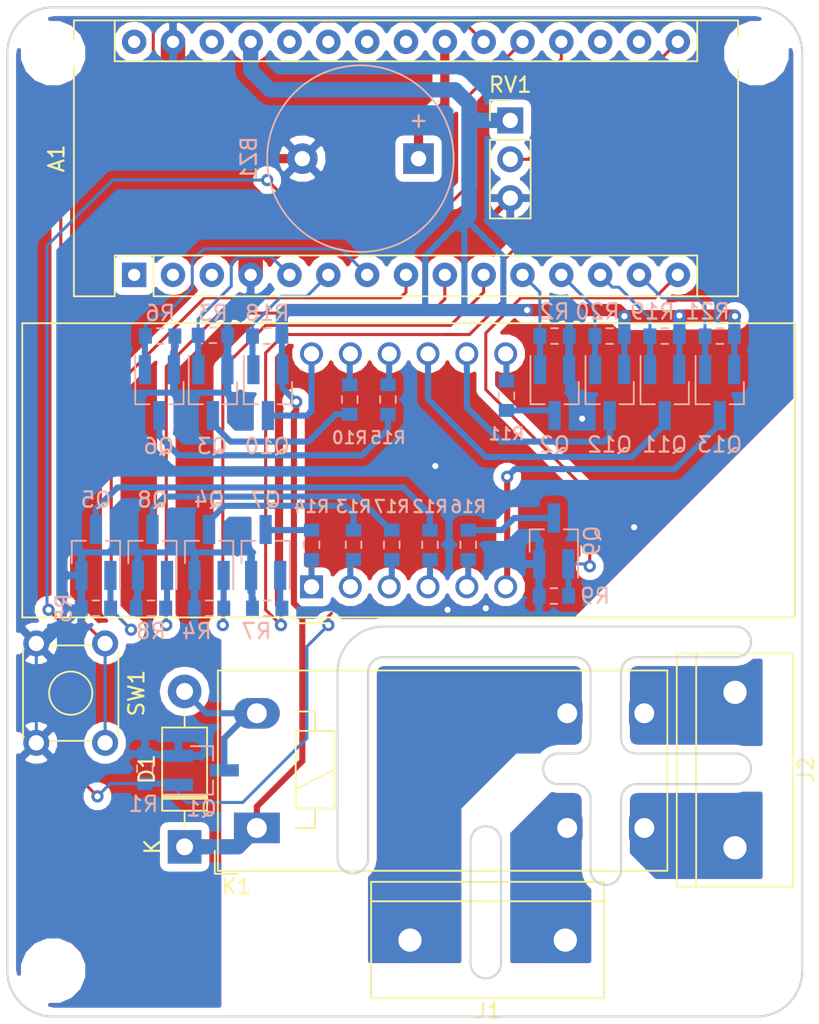
<source format=kicad_pcb>
(kicad_pcb (version 20171130) (host pcbnew 5.0-dev-unknown-9241a39~61~ubuntu17.10.1)
  (layers (0 F.Cu signal) (31 B.Cu signal) (34 B.Paste user) (35 F.Paste user) (36 B.SilkS user) (37 F.SilkS user) (38 B.Mask user) (39 F.Mask user) (44 Edge.Cuts user))
  (net 0 "")
  (net 1 "Net-(A1-Pad1)")
  (net 2 "Net-(A1-Pad17)")
  (net 3 "Net-(A1-Pad2)")
  (net 4 "Net-(A1-Pad18)")
  (net 5 "Net-(A1-Pad3)")
  (net 6 "Net-(A1-Pad19)")
  (net 7 GND)
  (net 8 Relay)
  (net 9 /7seg/a)
  (net 10 "Net-(A1-Pad21)")
  (net 11 /7seg/~CA1)
  (net 12 "Net-(A1-Pad22)")
  (net 13 /7seg/b)
  (net 14 "Net-(A1-Pad23)")
  (net 15 /7seg/c)
  (net 16 "Net-(A1-Pad24)")
  (net 17 /7seg/d)
  (net 18 "Net-(A1-Pad25)")
  (net 19 /7seg/e)
  (net 20 "Net-(A1-Pad26)")
  (net 21 /7seg/f)
  (net 22 +5V)
  (net 23 /7seg/~CA2)
  (net 24 "Net-(A1-Pad28)")
  (net 25 /7seg/~CA3)
  (net 26 /7seg/~CA4)
  (net 27 "Net-(A1-Pad30)")
  (net 28 /7seg/g)
  (net 29 /7seg/P)
  (net 30 "Net-(D1-Pad2)")
  (net 31 "Net-(J1-Pad1)")
  (net 32 "Net-(J2-Pad1)")
  (net 33 "Net-(Q2-Pad3)")
  (net 34 "Net-(Q3-Pad3)")
  (net 35 "Net-(Q4-Pad3)")
  (net 36 "Net-(Q5-Pad3)")
  (net 37 "Net-(Q6-Pad3)")
  (net 38 "Net-(Q7-Pad3)")
  (net 39 "Net-(Q8-Pad3)")
  (net 40 "Net-(Q9-Pad3)")
  (net 41 "Net-(Q10-Pad3)")
  (net 42 "Net-(Q11-Pad3)")
  (net 43 "Net-(Q12-Pad3)")
  (net 44 "Net-(Q13-Pad3)")
  (net 45 "Net-(R10-Pad1)")
  (net 46 "Net-(R11-Pad1)")
  (net 47 "Net-(R12-Pad1)")
  (net 48 "Net-(R13-Pad1)")
  (net 49 "Net-(R14-Pad1)")
  (net 50 "Net-(R15-Pad1)")
  (net 51 "Net-(R16-Pad1)")
  (net 52 "Net-(R17-Pad1)")
  (net 53 "Net-(J2-Pad3)")
  (net 54 "Net-(J1-Pad3)")
  (module MountingHole:MountingHole_3.2mm_M3 (layer F.Cu) (at 168 78)
    (fp_text reference REF** hide)
    (fp_text value MountingHole_3.2mm_M3)
    (pad 1 np_thru_hole circle (at 0 0) (size 3.2 3.2) (drill 3.2) (layers *.Cu *.Mask))
  )
  (module MountingHole:MountingHole_3.2mm_M3 (layer F.Cu) (at 122 78)
    (fp_text reference REF** hide)
    (fp_text value MountingHole_3.2mm_M3)
    (pad 1 np_thru_hole circle (at 0 0) (size 3.2 3.2) (drill 3.2) (layers *.Cu *.Mask))
  )
  (module MountingHole:MountingHole_3.2mm_M3 (layer F.Cu) (at 122 138)
    (fp_text reference REF** hide)
    (fp_text value MountingHole_3.2mm_M3)
    (pad 1 np_thru_hole circle (at 0 0) (size 3.2 3.2) (drill 3.2) (layers *.Cu *.Mask))
  )
  (module Relay_THT:Relay_DPST_Schrack-RT2-FormA_RM5mm (layer F.Cu) (at 135.325001 128.6675)
    (fp_text reference K1 (at -1.325001 3.8325) (layer F.SilkS))
    (fp_text value "DPST FormA")
    (pad A1 thru_hole rect (at 0 0 180) (size 3 2) (drill 1.3) (layers *.Cu *.Mask) (net 22 +5V))
    (pad A2 thru_hole oval (at 0 -7.5 180) (size 3 2) (drill 1.3) (layers *.Cu *.Mask) (net 30 "Net-(D1-Pad2)"))
    (pad 11 thru_hole oval (at 20.3 0 180) (size 2 3) (drill 1.3) (layers *.Cu *.Mask) (net 31 "Net-(J1-Pad1)"))
    (pad 24 thru_hole oval (at 25.34 -7.5 180) (size 2 3) (drill 1.3) (layers *.Cu *.Mask) (net 32 "Net-(J2-Pad1)"))
    (pad 21 thru_hole oval (at 20.3 -7.5 180) (size 2 3) (drill 1.3) (layers *.Cu *.Mask) (net 54 "Net-(J1-Pad3)"))
    (pad 14 thru_hole oval (at 25.34 0 180) (size 2 3) (drill 1.3) (layers *.Cu *.Mask) (net 53 "Net-(J2-Pad3)"))
  )
  (module Display_7Segment:CA56-12SRWA (layer F.Cu) (at 138.9 112.9 90)
    (fp_text reference U1 hide)
    (fp_text value CA56-12SRWA)
    (pad 1 thru_hole rect (at 0 0 90) (size 1.5 1.5) (drill 1) (layers *.Cu *.Mask) (net 49 "Net-(R14-Pad1)"))
    (pad 2 thru_hole circle (at 0 2.54 90) (size 1.5 1.5) (drill 1) (layers *.Cu *.Mask) (net 48 "Net-(R13-Pad1)"))
    (pad 3 thru_hole circle (at 0 5.08 90) (size 1.5 1.5) (drill 1) (layers *.Cu *.Mask) (net 52 "Net-(R17-Pad1)"))
    (pad 4 thru_hole circle (at 0 7.62 90) (size 1.5 1.5) (drill 1) (layers *.Cu *.Mask) (net 47 "Net-(R12-Pad1)"))
    (pad 5 thru_hole circle (at 0 10.16 90) (size 1.5 1.5) (drill 1) (layers *.Cu *.Mask) (net 51 "Net-(R16-Pad1)"))
    (pad 6 thru_hole circle (at 0 12.7 90) (size 1.5 1.5) (drill 1) (layers *.Cu *.Mask) (net 44 "Net-(Q13-Pad3)"))
    (pad 7 thru_hole circle (at 15.24 12.7 90) (size 1.5 1.5) (drill 1) (layers *.Cu *.Mask) (net 46 "Net-(R11-Pad1)"))
    (pad 8 thru_hole circle (at 15.24 10.16 90) (size 1.5 1.5) (drill 1) (layers *.Cu *.Mask) (net 43 "Net-(Q12-Pad3)"))
    (pad 9 thru_hole circle (at 15.24 7.62 90) (size 1.5 1.5) (drill 1) (layers *.Cu *.Mask) (net 42 "Net-(Q11-Pad3)"))
    (pad 10 thru_hole circle (at 15.24 5.08 90) (size 1.5 1.5) (drill 1) (layers *.Cu *.Mask) (net 50 "Net-(R15-Pad1)"))
    (pad 11 thru_hole circle (at 15.24 2.54 90) (size 1.5 1.5) (drill 1) (layers *.Cu *.Mask) (net 45 "Net-(R10-Pad1)"))
    (pad 12 thru_hole circle (at 15.24 0 90) (size 1.5 1.5) (drill 1) (layers *.Cu *.Mask) (net 41 "Net-(Q10-Pad3)"))
  )
  (module TerminalBlock:TerminalBlock_bornier-3_P5.08mm (layer F.Cu) (at 155.5 136 180)
    (fp_text reference J1 (at 5.05 -4.65 180) (layer F.SilkS))
    (fp_text value Input)
    (pad 3 thru_hole circle (at 10.16 0 180) (size 3 3) (drill 1.52) (layers *.Cu *.Mask) (net 54 "Net-(J1-Pad3)"))
    (pad 1 thru_hole rect (at 0 0 180) (size 3 3) (drill 1.52) (layers *.Cu *.Mask) (net 31 "Net-(J1-Pad1)"))
  )
  (module TerminalBlock:TerminalBlock_bornier-3_P5.08mm (layer F.Cu) (at 166.6 119.8 270)
    (fp_text reference J2 (at 5.05 -4.65 270) (layer F.SilkS))
    (fp_text value Output)
    (pad 1 thru_hole rect (at 0 0 270) (size 3 3) (drill 1.52) (layers *.Cu *.Mask) (net 32 "Net-(J2-Pad1)"))
    (pad 3 thru_hole circle (at 10.16 0 270) (size 3 3) (drill 1.52) (layers *.Cu *.Mask) (net 53 "Net-(J2-Pad3)"))
  )
  (module Resistor_SMD:R_0603_1608Metric_Pad0.84x1.00mm_HandSolder (layer B.Cu) (at 154.75 113.5 180)
    (fp_text reference R9 (at -2.7 0 180) (layer B.SilkS) (effects (justify mirror)))
    (fp_text value 10k)
    (pad 2 smd rect (at 0.9625 0 180) (size 0.845 1) (layers B.Cu B.Paste B.Mask) (net 7 GND))
    (pad 1 smd rect (at -0.9625 0 180) (size 0.845 1) (layers B.Cu B.Paste B.Mask) (net 28 /7seg/g))
  )
  (module Package_TO_SOT_SMD:SOT-23_Handsoldering (layer B.Cu) (at 154.75 109.9 90)
    (fp_text reference Q9 (at 0 2.5 90) (layer B.SilkS) (effects (justify mirror)))
    (fp_text value BSS138)
    (pad 1 smd rect (at -1.5 0.95 90) (size 1.9 0.8) (layers B.Cu B.Paste B.Mask) (net 28 /7seg/g))
    (pad 2 smd rect (at -1.5 -0.95 90) (size 1.9 0.8) (layers B.Cu B.Paste B.Mask) (net 7 GND))
    (pad 3 smd rect (at 1.5 0 90) (size 1.9 0.8) (layers B.Cu B.Paste B.Mask) (net 40 "Net-(Q9-Pad3)"))
  )
  (module Module:Arduino_Nano (layer F.Cu) (at 127.3 92.5 90)
    (fp_text reference A1 (at 7.62 -5.08 90) (layer F.SilkS))
    (fp_text value Arduino_Nano_v3.x)
    (pad 1 thru_hole rect (at 0 0 90) (size 1.6 1.6) (drill 0.8) (layers *.Cu *.Mask) (net 1 "Net-(A1-Pad1)"))
    (pad 17 thru_hole oval (at 15.24 33.02 90) (size 1.6 1.6) (drill 0.8) (layers *.Cu *.Mask) (net 2 "Net-(A1-Pad17)"))
    (pad 2 thru_hole oval (at 0 2.54 90) (size 1.6 1.6) (drill 0.8) (layers *.Cu *.Mask) (net 3 "Net-(A1-Pad2)"))
    (pad 18 thru_hole oval (at 15.24 30.48 90) (size 1.6 1.6) (drill 0.8) (layers *.Cu *.Mask) (net 4 "Net-(A1-Pad18)"))
    (pad 3 thru_hole oval (at 0 5.08 90) (size 1.6 1.6) (drill 0.8) (layers *.Cu *.Mask) (net 5 "Net-(A1-Pad3)"))
    (pad 19 thru_hole oval (at 15.24 27.94 90) (size 1.6 1.6) (drill 0.8) (layers *.Cu *.Mask) (net 6 "Net-(A1-Pad19)"))
    (pad 4 thru_hole oval (at 0 7.62 90) (size 1.6 1.6) (drill 0.8) (layers *.Cu *.Mask) (net 7 GND))
    (pad 20 thru_hole oval (at 15.24 25.4 90) (size 1.6 1.6) (drill 0.8) (layers *.Cu *.Mask) (net 8 Relay))
    (pad 5 thru_hole oval (at 0 10.16 90) (size 1.6 1.6) (drill 0.8) (layers *.Cu *.Mask) (net 9 /7seg/a))
    (pad 21 thru_hole oval (at 15.24 22.86 90) (size 1.6 1.6) (drill 0.8) (layers *.Cu *.Mask) (net 10 "Net-(A1-Pad21)"))
    (pad 6 thru_hole oval (at 0 12.7 90) (size 1.6 1.6) (drill 0.8) (layers *.Cu *.Mask) (net 11 /7seg/~CA1))
    (pad 22 thru_hole oval (at 15.24 20.32 90) (size 1.6 1.6) (drill 0.8) (layers *.Cu *.Mask) (net 12 "Net-(A1-Pad22)"))
    (pad 7 thru_hole oval (at 0 15.24 90) (size 1.6 1.6) (drill 0.8) (layers *.Cu *.Mask) (net 21 /7seg/f))
    (pad 23 thru_hole oval (at 15.24 17.78 90) (size 1.6 1.6) (drill 0.8) (layers *.Cu *.Mask) (net 14 "Net-(A1-Pad23)"))
    (pad 8 thru_hole oval (at 0 17.78 90) (size 1.6 1.6) (drill 0.8) (layers *.Cu *.Mask) (net 15 /7seg/c))
    (pad 24 thru_hole oval (at 15.24 15.24 90) (size 1.6 1.6) (drill 0.8) (layers *.Cu *.Mask) (net 16 "Net-(A1-Pad24)"))
    (pad 9 thru_hole oval (at 0 20.32 90) (size 1.6 1.6) (drill 0.8) (layers *.Cu *.Mask) (net 29 /7seg/P))
    (pad 25 thru_hole oval (at 15.24 12.7 90) (size 1.6 1.6) (drill 0.8) (layers *.Cu *.Mask) (net 18 "Net-(A1-Pad25)"))
    (pad 10 thru_hole oval (at 0 22.86 90) (size 1.6 1.6) (drill 0.8) (layers *.Cu *.Mask) (net 17 /7seg/d))
    (pad 26 thru_hole oval (at 15.24 10.16 90) (size 1.6 1.6) (drill 0.8) (layers *.Cu *.Mask) (net 20 "Net-(A1-Pad26)"))
    (pad 11 thru_hole oval (at 0 25.4 90) (size 1.6 1.6) (drill 0.8) (layers *.Cu *.Mask) (net 13 /7seg/b))
    (pad 27 thru_hole oval (at 15.24 7.62 90) (size 1.6 1.6) (drill 0.8) (layers *.Cu *.Mask) (net 22 +5V))
    (pad 12 thru_hole oval (at 0 27.94 90) (size 1.6 1.6) (drill 0.8) (layers *.Cu *.Mask) (net 25 /7seg/~CA3))
    (pad 28 thru_hole oval (at 15.24 5.08 90) (size 1.6 1.6) (drill 0.8) (layers *.Cu *.Mask) (net 24 "Net-(A1-Pad28)"))
    (pad 13 thru_hole oval (at 0 30.48 90) (size 1.6 1.6) (drill 0.8) (layers *.Cu *.Mask) (net 23 /7seg/~CA2))
    (pad 29 thru_hole oval (at 15.24 2.54 90) (size 1.6 1.6) (drill 0.8) (layers *.Cu *.Mask) (net 7 GND))
    (pad 14 thru_hole oval (at 0 33.02 90) (size 1.6 1.6) (drill 0.8) (layers *.Cu *.Mask) (net 26 /7seg/~CA4))
    (pad 30 thru_hole oval (at 15.24 0 90) (size 1.6 1.6) (drill 0.8) (layers *.Cu *.Mask) (net 27 "Net-(A1-Pad30)"))
    (pad 15 thru_hole oval (at 0 35.56 90) (size 1.6 1.6) (drill 0.8) (layers *.Cu *.Mask) (net 28 /7seg/g))
    (pad 16 thru_hole oval (at 15.24 35.56 90) (size 1.6 1.6) (drill 0.8) (layers *.Cu *.Mask) (net 19 /7seg/e))
  )
  (module Diode_THT:D_DO-41_SOD81_P10.16mm_Horizontal (layer F.Cu) (at 130.6 129.9 90)
    (fp_text reference D1 (at 5.08 -2.47 90) (layer F.SilkS))
    (fp_text value 1N4007)
    (fp_text user K (at 0 -2.1 90) (layer F.SilkS))
    (pad 1 thru_hole rect (at 0 0 90) (size 2.2 2.2) (drill 1.1) (layers *.Cu *.Mask) (net 22 +5V))
    (pad 2 thru_hole oval (at 10.16 0 90) (size 2.2 2.2) (drill 1.1) (layers *.Cu *.Mask) (net 30 "Net-(D1-Pad2)"))
  )
  (module Package_TO_SOT_SMD:SOT-23_Handsoldering (layer B.Cu) (at 131.7 124.9)
    (fp_text reference Q1 (at 0 2.5) (layer B.SilkS) (effects (justify mirror)))
    (fp_text value BSS138)
    (pad 3 smd rect (at 1.5 0) (size 1.9 0.8) (layers B.Cu B.Paste B.Mask) (net 30 "Net-(D1-Pad2)"))
    (pad 2 smd rect (at -1.5 -0.95) (size 1.9 0.8) (layers B.Cu B.Paste B.Mask) (net 7 GND))
    (pad 1 smd rect (at -1.5 0.95) (size 1.9 0.8) (layers B.Cu B.Paste B.Mask) (net 8 Relay))
  )
  (module Package_TO_SOT_SMD:SOT-23_Handsoldering (layer B.Cu) (at 154.8 100.2 270)
    (fp_text reference Q2 (at 3.4 0) (layer B.SilkS) (effects (justify mirror)))
    (fp_text value BSS138)
    (pad 1 smd rect (at -1.5 0.95 270) (size 1.9 0.8) (layers B.Cu B.Paste B.Mask) (net 13 /7seg/b))
    (pad 2 smd rect (at -1.5 -0.95 270) (size 1.9 0.8) (layers B.Cu B.Paste B.Mask) (net 7 GND))
    (pad 3 smd rect (at 1.5 0 270) (size 1.9 0.8) (layers B.Cu B.Paste B.Mask) (net 33 "Net-(Q2-Pad3)"))
  )
  (module Package_TO_SOT_SMD:SOT-23_Handsoldering (layer B.Cu) (at 132.45 100.2 270)
    (fp_text reference Q3 (at 3.5 0.05) (layer B.SilkS) (effects (justify mirror)))
    (fp_text value BSS138)
    (pad 3 smd rect (at 1.5 0 270) (size 1.9 0.8) (layers B.Cu B.Paste B.Mask) (net 34 "Net-(Q3-Pad3)"))
    (pad 2 smd rect (at -1.5 -0.95 270) (size 1.9 0.8) (layers B.Cu B.Paste B.Mask) (net 7 GND))
    (pad 1 smd rect (at -1.5 0.95 270) (size 1.9 0.8) (layers B.Cu B.Paste B.Mask) (net 9 /7seg/a))
  )
  (module Package_TO_SOT_SMD:SOT-23_Handsoldering (layer B.Cu) (at 132.2 110.65 90)
    (fp_text reference Q4 (at 3.45 0 180) (layer B.SilkS) (effects (justify mirror)))
    (fp_text value BSS138)
    (pad 3 smd rect (at 1.5 0 90) (size 1.9 0.8) (layers B.Cu B.Paste B.Mask) (net 35 "Net-(Q4-Pad3)"))
    (pad 2 smd rect (at -1.5 -0.95 90) (size 1.9 0.8) (layers B.Cu B.Paste B.Mask) (net 7 GND))
    (pad 1 smd rect (at -1.5 0.95 90) (size 1.9 0.8) (layers B.Cu B.Paste B.Mask) (net 17 /7seg/d))
  )
  (module Package_TO_SOT_SMD:SOT-23_Handsoldering (layer B.Cu) (at 124.8 110.65 90)
    (fp_text reference Q5 (at 3.45 0 180) (layer B.SilkS) (effects (justify mirror)))
    (fp_text value BSS138)
    (pad 1 smd rect (at -1.5 0.95 90) (size 1.9 0.8) (layers B.Cu B.Paste B.Mask) (net 15 /7seg/c))
    (pad 2 smd rect (at -1.5 -0.95 90) (size 1.9 0.8) (layers B.Cu B.Paste B.Mask) (net 7 GND))
    (pad 3 smd rect (at 1.5 0 90) (size 1.9 0.8) (layers B.Cu B.Paste B.Mask) (net 36 "Net-(Q5-Pad3)"))
  )
  (module Package_TO_SOT_SMD:SOT-23_Handsoldering (layer B.Cu) (at 128.95 100.2 270)
    (fp_text reference Q6 (at 3.5 0.05) (layer B.SilkS) (effects (justify mirror)))
    (fp_text value BSS138)
    (pad 1 smd rect (at -1.5 0.95 270) (size 1.9 0.8) (layers B.Cu B.Paste B.Mask) (net 21 /7seg/f))
    (pad 2 smd rect (at -1.5 -0.95 270) (size 1.9 0.8) (layers B.Cu B.Paste B.Mask) (net 7 GND))
    (pad 3 smd rect (at 1.5 0 270) (size 1.9 0.8) (layers B.Cu B.Paste B.Mask) (net 37 "Net-(Q6-Pad3)"))
  )
  (module Package_TO_SOT_SMD:SOT-23_Handsoldering (layer B.Cu) (at 135.9 110.65 90)
    (fp_text reference Q7 (at 3.45 0 180) (layer B.SilkS) (effects (justify mirror)))
    (fp_text value BSS138)
    (pad 3 smd rect (at 1.5 0 90) (size 1.9 0.8) (layers B.Cu B.Paste B.Mask) (net 38 "Net-(Q7-Pad3)"))
    (pad 2 smd rect (at -1.5 -0.95 90) (size 1.9 0.8) (layers B.Cu B.Paste B.Mask) (net 7 GND))
    (pad 1 smd rect (at -1.5 0.95 90) (size 1.9 0.8) (layers B.Cu B.Paste B.Mask) (net 19 /7seg/e))
  )
  (module Package_TO_SOT_SMD:SOT-23_Handsoldering (layer B.Cu) (at 128.5 110.65 90)
    (fp_text reference Q8 (at 3.45 0 180) (layer B.SilkS) (effects (justify mirror)))
    (fp_text value BSS138)
    (pad 3 smd rect (at 1.5 0 90) (size 1.9 0.8) (layers B.Cu B.Paste B.Mask) (net 39 "Net-(Q8-Pad3)"))
    (pad 2 smd rect (at -1.5 -0.95 90) (size 1.9 0.8) (layers B.Cu B.Paste B.Mask) (net 7 GND))
    (pad 1 smd rect (at -1.5 0.95 90) (size 1.9 0.8) (layers B.Cu B.Paste B.Mask) (net 29 /7seg/P))
  )
  (module Package_TO_SOT_SMD:SOT-23_Handsoldering (layer B.Cu) (at 136.05 100.2 270)
    (fp_text reference Q10 (at 3.5 0.05) (layer B.SilkS) (effects (justify mirror)))
    (fp_text value BSS84L)
    (pad 1 smd rect (at -1.5 0.95 270) (size 1.9 0.8) (layers B.Cu B.Paste B.Mask) (net 11 /7seg/~CA1))
    (pad 2 smd rect (at -1.5 -0.95 270) (size 1.9 0.8) (layers B.Cu B.Paste B.Mask) (net 22 +5V))
    (pad 3 smd rect (at 1.5 0 270) (size 1.9 0.8) (layers B.Cu B.Paste B.Mask) (net 41 "Net-(Q10-Pad3)"))
  )
  (module Package_TO_SOT_SMD:SOT-23_Handsoldering (layer B.Cu) (at 162 100.2 270)
    (fp_text reference Q11 (at 3.4 0) (layer B.SilkS) (effects (justify mirror)))
    (fp_text value BSS84L)
    (pad 3 smd rect (at 1.5 0 270) (size 1.9 0.8) (layers B.Cu B.Paste B.Mask) (net 42 "Net-(Q11-Pad3)"))
    (pad 2 smd rect (at -1.5 -0.95 270) (size 1.9 0.8) (layers B.Cu B.Paste B.Mask) (net 22 +5V))
    (pad 1 smd rect (at -1.5 0.95 270) (size 1.9 0.8) (layers B.Cu B.Paste B.Mask) (net 23 /7seg/~CA2))
  )
  (module Package_TO_SOT_SMD:SOT-23_Handsoldering (layer B.Cu) (at 158.4 100.2 270)
    (fp_text reference Q12 (at 3.4 0) (layer B.SilkS) (effects (justify mirror)))
    (fp_text value BSS84L)
    (pad 1 smd rect (at -1.5 0.95 270) (size 1.9 0.8) (layers B.Cu B.Paste B.Mask) (net 25 /7seg/~CA3))
    (pad 2 smd rect (at -1.5 -0.95 270) (size 1.9 0.8) (layers B.Cu B.Paste B.Mask) (net 22 +5V))
    (pad 3 smd rect (at 1.5 0 270) (size 1.9 0.8) (layers B.Cu B.Paste B.Mask) (net 43 "Net-(Q12-Pad3)"))
  )
  (module Package_TO_SOT_SMD:SOT-23_Handsoldering (layer B.Cu) (at 165.6 100.2 270)
    (fp_text reference Q13 (at 3.4 0) (layer B.SilkS) (effects (justify mirror)))
    (fp_text value BSS84L)
    (pad 1 smd rect (at -1.5 0.95 270) (size 1.9 0.8) (layers B.Cu B.Paste B.Mask) (net 26 /7seg/~CA4))
    (pad 2 smd rect (at -1.5 -0.95 270) (size 1.9 0.8) (layers B.Cu B.Paste B.Mask) (net 22 +5V))
    (pad 3 smd rect (at 1.5 0 270) (size 1.9 0.8) (layers B.Cu B.Paste B.Mask) (net 44 "Net-(Q13-Pad3)"))
  )
  (module Resistor_SMD:R_0603_1608Metric_Pad0.84x1.00mm_HandSolder (layer B.Cu) (at 128 124.8 90)
    (fp_text reference R1 (at -2.3 -0.1 180) (layer B.SilkS) (effects (justify mirror)))
    (fp_text value 10k)
    (pad 1 smd rect (at -0.9625 0 90) (size 0.845 1) (layers B.Cu B.Paste B.Mask) (net 8 Relay))
    (pad 2 smd rect (at 0.9625 0 90) (size 0.845 1) (layers B.Cu B.Paste B.Mask) (net 7 GND))
  )
  (module Resistor_SMD:R_0603_1608Metric_Pad0.84x1.00mm_HandSolder (layer B.Cu) (at 154.8 96.5)
    (fp_text reference R2 (at 0 -1.6) (layer B.SilkS) (effects (justify mirror)))
    (fp_text value 10k)
    (pad 1 smd rect (at -0.9625 0) (size 0.845 1) (layers B.Cu B.Paste B.Mask) (net 13 /7seg/b))
    (pad 2 smd rect (at 0.9625 0) (size 0.845 1) (layers B.Cu B.Paste B.Mask) (net 7 GND))
  )
  (module Resistor_SMD:R_0603_1608Metric_Pad0.84x1.00mm_HandSolder (layer B.Cu) (at 132.45 96.45)
    (fp_text reference R3 (at 0 -1.45) (layer B.SilkS) (effects (justify mirror)))
    (fp_text value 10k)
    (pad 1 smd rect (at -0.9625 0) (size 0.845 1) (layers B.Cu B.Paste B.Mask) (net 9 /7seg/a))
    (pad 2 smd rect (at 0.9625 0) (size 0.845 1) (layers B.Cu B.Paste B.Mask) (net 7 GND))
  )
  (module Resistor_SMD:R_0603_1608Metric_Pad0.84x1.00mm_HandSolder (layer B.Cu) (at 132.2 114.3 180)
    (fp_text reference R4 (at 0.8 -1.5 180) (layer B.SilkS) (effects (justify mirror)))
    (fp_text value 10k)
    (pad 1 smd rect (at -0.9625 0 180) (size 0.845 1) (layers B.Cu B.Paste B.Mask) (net 17 /7seg/d))
    (pad 2 smd rect (at 0.9625 0 180) (size 0.845 1) (layers B.Cu B.Paste B.Mask) (net 7 GND))
  )
  (module Resistor_SMD:R_0603_1608Metric_Pad0.84x1.00mm_HandSolder (layer B.Cu) (at 124.8 114.3 180)
    (fp_text reference R5 (at 2.1 0 270) (layer B.SilkS) (effects (justify mirror)))
    (fp_text value 10k)
    (pad 2 smd rect (at 0.9625 0 180) (size 0.845 1) (layers B.Cu B.Paste B.Mask) (net 7 GND))
    (pad 1 smd rect (at -0.9625 0 180) (size 0.845 1) (layers B.Cu B.Paste B.Mask) (net 15 /7seg/c))
  )
  (module Resistor_SMD:R_0603_1608Metric_Pad0.84x1.00mm_HandSolder (layer B.Cu) (at 129 96.5)
    (fp_text reference R6 (at 0 -1.5) (layer B.SilkS) (effects (justify mirror)))
    (fp_text value 10k)
    (pad 1 smd rect (at -0.9625 0) (size 0.845 1) (layers B.Cu B.Paste B.Mask) (net 21 /7seg/f))
    (pad 2 smd rect (at 0.9625 0) (size 0.845 1) (layers B.Cu B.Paste B.Mask) (net 7 GND))
  )
  (module Resistor_SMD:R_0603_1608Metric_Pad0.84x1.00mm_HandSolder (layer B.Cu) (at 136 114.3 180)
    (fp_text reference R7 (at 0.7 -1.5 180) (layer B.SilkS) (effects (justify mirror)))
    (fp_text value 10k)
    (pad 1 smd rect (at -0.9625 0 180) (size 0.845 1) (layers B.Cu B.Paste B.Mask) (net 19 /7seg/e))
    (pad 2 smd rect (at 0.9625 0 180) (size 0.845 1) (layers B.Cu B.Paste B.Mask) (net 7 GND))
  )
  (module Resistor_SMD:R_0603_1608Metric_Pad0.84x1.00mm_HandSolder (layer B.Cu) (at 128.4 114.3 180)
    (fp_text reference R8 (at 0 -1.5 180) (layer B.SilkS) (effects (justify mirror)))
    (fp_text value 10k)
    (pad 2 smd rect (at 0.9625 0 180) (size 0.845 1) (layers B.Cu B.Paste B.Mask) (net 7 GND))
    (pad 1 smd rect (at -0.9625 0 180) (size 0.845 1) (layers B.Cu B.Paste B.Mask) (net 29 /7seg/P))
  )
  (module Resistor_SMD:R_0603_1608Metric_Pad0.84x1.00mm_HandSolder (layer B.Cu) (at 141.4 100.65 270)
    (fp_text reference R10 (at 2.5 0) (layer B.SilkS) (effects (font (size 0.8 0.8)) (justify mirror)))
    (fp_text value 150R)
    (pad 1 smd rect (at -0.9625 0 270) (size 0.845 1) (layers B.Cu B.Paste B.Mask) (net 45 "Net-(R10-Pad1)"))
    (pad 2 smd rect (at 0.9625 0 270) (size 0.845 1) (layers B.Cu B.Paste B.Mask) (net 34 "Net-(Q3-Pad3)"))
  )
  (module Resistor_SMD:R_0603_1608Metric_Pad0.84x1.00mm_HandSolder (layer B.Cu) (at 151.65 100.4 270)
    (fp_text reference R11 (at 2.5 0) (layer B.SilkS) (effects (font (size 0.8 0.8)) (justify mirror)))
    (fp_text value 150R)
    (pad 2 smd rect (at 0.9625 0 270) (size 0.845 1) (layers B.Cu B.Paste B.Mask) (net 33 "Net-(Q2-Pad3)"))
    (pad 1 smd rect (at -0.9625 0 270) (size 0.845 1) (layers B.Cu B.Paste B.Mask) (net 46 "Net-(R11-Pad1)"))
  )
  (module Resistor_SMD:R_0603_1608Metric_Pad0.84x1.00mm_HandSolder (layer B.Cu) (at 146.65 110.15 90)
    (fp_text reference R12 (at 2.5 0 180) (layer B.SilkS) (effects (font (size 0.8 0.8)) (justify mirror)))
    (fp_text value 150R)
    (pad 2 smd rect (at 0.9625 0 90) (size 0.845 1) (layers B.Cu B.Paste B.Mask) (net 36 "Net-(Q5-Pad3)"))
    (pad 1 smd rect (at -0.9625 0 90) (size 0.845 1) (layers B.Cu B.Paste B.Mask) (net 47 "Net-(R12-Pad1)"))
  )
  (module Resistor_SMD:R_0603_1608Metric_Pad0.84x1.00mm_HandSolder (layer B.Cu) (at 141.65 110.15 90)
    (fp_text reference R13 (at 2.5 0 180) (layer B.SilkS) (effects (font (size 0.8 0.8)) (justify mirror)))
    (fp_text value 150R)
    (pad 1 smd rect (at -0.9625 0 90) (size 0.845 1) (layers B.Cu B.Paste B.Mask) (net 48 "Net-(R13-Pad1)"))
    (pad 2 smd rect (at 0.9625 0 90) (size 0.845 1) (layers B.Cu B.Paste B.Mask) (net 35 "Net-(Q4-Pad3)"))
  )
  (module Resistor_SMD:R_0603_1608Metric_Pad0.84x1.00mm_HandSolder (layer B.Cu) (at 138.9 110.15 90)
    (fp_text reference R14 (at 2.5 0 180) (layer B.SilkS) (effects (font (size 0.8 0.8)) (justify mirror)))
    (fp_text value 150R)
    (pad 2 smd rect (at 0.9625 0 90) (size 0.845 1) (layers B.Cu B.Paste B.Mask) (net 38 "Net-(Q7-Pad3)"))
    (pad 1 smd rect (at -0.9625 0 90) (size 0.845 1) (layers B.Cu B.Paste B.Mask) (net 49 "Net-(R14-Pad1)"))
  )
  (module Resistor_SMD:R_0603_1608Metric_Pad0.84x1.00mm_HandSolder (layer B.Cu) (at 143.9 100.65 270)
    (fp_text reference R15 (at 2.5 0) (layer B.SilkS) (effects (font (size 0.8 0.8)) (justify mirror)))
    (fp_text value 150R)
    (pad 1 smd rect (at -0.9625 0 270) (size 0.845 1) (layers B.Cu B.Paste B.Mask) (net 50 "Net-(R15-Pad1)"))
    (pad 2 smd rect (at 0.9625 0 270) (size 0.845 1) (layers B.Cu B.Paste B.Mask) (net 37 "Net-(Q6-Pad3)"))
  )
  (module Resistor_SMD:R_0603_1608Metric_Pad0.84x1.00mm_HandSolder (layer B.Cu) (at 149.15 110.15 90)
    (fp_text reference R16 (at 2.5 0 180) (layer B.SilkS) (effects (font (size 0.8 0.8)) (justify mirror)))
    (fp_text value 150R)
    (pad 2 smd rect (at 0.9625 0 90) (size 0.845 1) (layers B.Cu B.Paste B.Mask) (net 40 "Net-(Q9-Pad3)"))
    (pad 1 smd rect (at -0.9625 0 90) (size 0.845 1) (layers B.Cu B.Paste B.Mask) (net 51 "Net-(R16-Pad1)"))
  )
  (module Resistor_SMD:R_0603_1608Metric_Pad0.84x1.00mm_HandSolder (layer B.Cu) (at 144.15 110.15 90)
    (fp_text reference R17 (at 2.5 0 180) (layer B.SilkS) (effects (font (size 0.8 0.8)) (justify mirror)))
    (fp_text value 150R)
    (pad 1 smd rect (at -0.9625 0 90) (size 0.845 1) (layers B.Cu B.Paste B.Mask) (net 52 "Net-(R17-Pad1)"))
    (pad 2 smd rect (at 0.9625 0 90) (size 0.845 1) (layers B.Cu B.Paste B.Mask) (net 39 "Net-(Q8-Pad3)"))
  )
  (module Resistor_SMD:R_0603_1608Metric_Pad0.84x1.00mm_HandSolder (layer B.Cu) (at 136 96.5 180)
    (fp_text reference R18 (at 0 1.5 180) (layer B.SilkS) (effects (justify mirror)))
    (fp_text value 10k)
    (pad 2 smd rect (at 0.9625 0 180) (size 0.845 1) (layers B.Cu B.Paste B.Mask) (net 11 /7seg/~CA1))
    (pad 1 smd rect (at -0.9625 0 180) (size 0.845 1) (layers B.Cu B.Paste B.Mask) (net 22 +5V))
  )
  (module Resistor_SMD:R_0603_1608Metric_Pad0.84x1.00mm_HandSolder (layer B.Cu) (at 162 96.5 180)
    (fp_text reference R19 (at 0.8 1.6 180) (layer B.SilkS) (effects (justify mirror)))
    (fp_text value 10k)
    (pad 1 smd rect (at -0.9625 0 180) (size 0.845 1) (layers B.Cu B.Paste B.Mask) (net 22 +5V))
    (pad 2 smd rect (at 0.9625 0 180) (size 0.845 1) (layers B.Cu B.Paste B.Mask) (net 23 /7seg/~CA2))
  )
  (module Resistor_SMD:R_0603_1608Metric_Pad0.84x1.00mm_HandSolder (layer B.Cu) (at 158.4 96.5 180)
    (fp_text reference R20 (at 0.8 1.6 180) (layer B.SilkS) (effects (justify mirror)))
    (fp_text value 10k)
    (pad 2 smd rect (at 0.9625 0 180) (size 0.845 1) (layers B.Cu B.Paste B.Mask) (net 25 /7seg/~CA3))
    (pad 1 smd rect (at -0.9625 0 180) (size 0.845 1) (layers B.Cu B.Paste B.Mask) (net 22 +5V))
  )
  (module Resistor_SMD:R_0603_1608Metric_Pad0.84x1.00mm_HandSolder (layer B.Cu) (at 165.6 96.5 180)
    (fp_text reference R21 (at 0.8 1.6 180) (layer B.SilkS) (effects (justify mirror)))
    (fp_text value 10k)
    (pad 2 smd rect (at 0.9625 0 180) (size 0.845 1) (layers B.Cu B.Paste B.Mask) (net 26 /7seg/~CA4))
    (pad 1 smd rect (at -0.9625 0 180) (size 0.845 1) (layers B.Cu B.Paste B.Mask) (net 22 +5V))
  )
  (module Connector_PinHeader_2.54mm:PinHeader_1x03_P2.54mm_Vertical (layer F.Cu) (at 151.9 82.4)
    (fp_text reference RV1 (at 0 -2.33) (layer F.SilkS))
    (fp_text value R_POT)
    (pad 1 thru_hole rect (at 0 0) (size 1.7 1.7) (drill 1) (layers *.Cu *.Mask) (net 22 +5V))
    (pad 2 thru_hole oval (at 0 2.54) (size 1.7 1.7) (drill 1) (layers *.Cu *.Mask) (net 6 "Net-(A1-Pad19)"))
    (pad 3 thru_hole oval (at 0 5.08) (size 1.7 1.7) (drill 1) (layers *.Cu *.Mask) (net 7 GND))
  )
  (module Button_Switch_THT:SW_TH_Tactile_Omron_B3F-10xx (layer F.Cu) (at 125.4 116.6 270)
    (fp_text reference SW1 (at 3.25 -2.05 270) (layer F.SilkS))
    (fp_text value tactile)
    (pad 4 thru_hole circle (at 6.5 4.5 270) (size 1.7 1.7) (drill 1) (layers *.Cu *.Mask) (net 7 GND))
    (pad 3 thru_hole circle (at 0 4.5 270) (size 1.7 1.7) (drill 1) (layers *.Cu *.Mask) (net 7 GND))
    (pad 2 thru_hole circle (at 6.5 0 270) (size 1.7 1.7) (drill 1) (layers *.Cu *.Mask) (net 10 "Net-(A1-Pad21)"))
    (pad 1 thru_hole circle (at 0 0 270) (size 1.7 1.7) (drill 1) (layers *.Cu *.Mask) (net 10 "Net-(A1-Pad21)"))
  )
  (module Buzzer_Beeper:Buzzer_12x9.5RM7.6 (layer B.Cu) (at 145.9 84.9 180)
    (fp_text reference BZ1 (at 11.1 0 90) (layer B.SilkS) (effects (justify mirror)))
    (fp_text value Buzzer)
    (fp_text user + (at -0.01 2.54 180) (layer B.SilkS) (effects (justify mirror)))
    (pad 1 thru_hole rect (at 0 0 180) (size 2 2) (drill 1) (layers *.Cu *.Mask) (net 12 "Net-(A1-Pad22)"))
    (pad 2 thru_hole circle (at 7.6 0 180) (size 2 2) (drill 1) (layers *.Cu *.Mask) (net 7 GND))
  )
  (module MountingHole:MountingHole_3.2mm_M3 (layer F.Cu) (at 168 138)
    (fp_text reference REF** hide)
    (fp_text value MountingHole_3.2mm_M3)
    (pad 1 np_thru_hole circle (at 0 0) (size 3.2 3.2) (drill 3.2) (layers *.Cu *.Mask))
  )
  (gr_line (start 166.65 117.5) (end 160.15 117.5) (layer Edge.Cuts) (width 0.15))
  (gr_arc (start 166.65 116.5) (end 166.65 117.5) (angle -180) (layer Edge.Cuts) (width 0.15))
  (gr_line (start 143.6 117.5) (end 156.15 117.5) (layer Edge.Cuts) (width 0.15))
  (gr_arc (start 156.15 118.5) (end 157.15 118.5) (angle -90) (layer Edge.Cuts) (width 0.15))
  (gr_arc (start 143.6 118.5) (end 143.6 115.5) (angle -90) (layer Edge.Cuts) (width 0.15))
  (gr_arc (start 143.6 118.5) (end 143.6 117.5) (angle -90) (layer Edge.Cuts) (width 0.15))
  (gr_line (start 143.6 115.5) (end 166.65 115.5) (layer Edge.Cuts) (width 0.15))
  (gr_arc (start 160.15 118.5) (end 160.15 117.5) (angle -90) (layer Edge.Cuts) (width 0.15))
  (gr_arc (start 122 138) (end 119 138) (angle -90) (layer Edge.Cuts) (width 0.15))
  (gr_arc (start 122 78) (end 122 75) (angle -90) (layer Edge.Cuts) (width 0.15))
  (gr_arc (start 168 78) (end 171 78) (angle -90) (layer Edge.Cuts) (width 0.15))
  (gr_arc (start 168 138) (end 168 141) (angle -90) (layer Edge.Cuts) (width 0.15))
  (gr_line (start 122 141) (end 168 141) (layer Edge.Cuts) (width 0.15))
  (gr_line (start 119 78) (end 119 138) (layer Edge.Cuts) (width 0.15))
  (gr_line (start 168 75) (end 122 75) (layer Edge.Cuts) (width 0.15))
  (gr_line (start 171 138) (end 171 78) (layer Edge.Cuts) (width 0.15))
  (gr_arc (start 150.3 129.55) (end 151.3 129.55) (angle -180) (layer Edge.Cuts) (width 0.15))
  (gr_line (start 149.3 137.5) (end 149.3 129.6) (layer Edge.Cuts) (width 0.15))
  (gr_arc (start 150.3 137.5) (end 149.3 137.5) (angle -180) (layer Edge.Cuts) (width 0.15))
  (gr_line (start 151.3 129.55) (end 151.3 137.5) (layer Edge.Cuts) (width 0.15))
  (gr_line (start 140.6 130.65) (end 140.6 118.5) (layer Edge.Cuts) (width 0.15))
  (gr_arc (start 141.6 130.65) (end 140.6 130.65) (angle -180) (layer Edge.Cuts) (width 0.15))
  (gr_line (start 142.6 118.5) (end 142.6 130.65) (layer Edge.Cuts) (width 0.15))
  (gr_arc (start 155.05 124.8) (end 155.05 123.8) (angle -180) (layer Edge.Cuts) (width 0.15))
  (gr_line (start 157.15 126.8) (end 157.15 131.4) (layer Edge.Cuts) (width 0.15))
  (gr_line (start 155.05 125.8) (end 156.15 125.8) (layer Edge.Cuts) (width 0.15))
  (gr_line (start 155.05 123.8) (end 156.15 123.8) (layer Edge.Cuts) (width 0.15))
  (gr_line (start 157.15 122.8) (end 157.15 118.5) (layer Edge.Cuts) (width 0.15))
  (gr_arc (start 156.15 122.8) (end 156.15 123.8) (angle -90) (layer Edge.Cuts) (width 0.15))
  (gr_arc (start 156.15 126.8) (end 157.15 126.8) (angle -90) (layer Edge.Cuts) (width 0.15))
  (gr_arc (start 158.15 131.4) (end 157.15 131.4) (angle -180) (layer Edge.Cuts) (width 0.15))
  (gr_line (start 159.15 126.8) (end 159.15 131.4) (layer Edge.Cuts) (width 0.15))
  (gr_line (start 159.15 122.8) (end 159.15 118.5) (layer Edge.Cuts) (width 0.15))
  (gr_line (start 166.65 125.8) (end 160.15 125.8) (layer Edge.Cuts) (width 0.15))
  (gr_line (start 160.15 123.8) (end 166.65 123.8) (layer Edge.Cuts) (width 0.15))
  (gr_arc (start 160.15 126.8) (end 160.15 125.8) (angle -90) (layer Edge.Cuts) (width 0.15))
  (gr_arc (start 160.15 122.8) (end 159.15 122.8) (angle -90) (layer Edge.Cuts) (width 0.15))
  (gr_arc (start 166.65 124.8) (end 166.65 125.8) (angle -180) (layer Edge.Cuts) (width 0.15))
  (segment (start 154.14 79.55) (end 154.14 83.902081) (width 0.2) (layer F.Cu) (net 6))
  (segment (start 155.24 77.26) (end 155.24 78.39137) (width 0.2) (layer F.Cu) (net 6))
  (segment (start 155.24 78.39137) (end 154.14 79.49137) (width 0.2) (layer F.Cu) (net 6))
  (segment (start 154.14 79.49137) (end 154.14 79.55) (width 0.2) (layer F.Cu) (net 6))
  (segment (start 153.102081 84.94) (end 151.9 84.94) (width 0.2) (layer F.Cu) (net 6))
  (segment (start 154.14 83.902081) (end 153.102081 84.94) (width 0.2) (layer F.Cu) (net 6))
  (segment (start 129.84 77.26) (end 129.84 82.44) (width 1.6) (layer F.Cu) (net 7))
  (segment (start 129.84 82.44) (end 133.82 86.42) (width 1.6) (layer F.Cu) (net 7))
  (segment (start 134.92 92.5) (end 134.92 87.52) (width 1.6) (layer F.Cu) (net 7))
  (segment (start 134.92 87.52) (end 133.82 86.42) (width 1.6) (layer F.Cu) (net 7))
  (segment (start 134.92 93.63137) (end 133.4125 95.13887) (width 0.4) (layer B.Cu) (net 7))
  (segment (start 134.92 92.5) (end 134.92 93.63137) (width 0.4) (layer B.Cu) (net 7))
  (segment (start 133.4125 95.13887) (end 133.4125 96.45) (width 0.4) (layer B.Cu) (net 7))
  (segment (start 137.12 89.3) (end 135.3 87.48) (width 0.4) (layer F.Cu) (net 7))
  (segment (start 150.08 89.3) (end 137.12 89.3) (width 0.4) (layer F.Cu) (net 7))
  (segment (start 151.9 87.48) (end 150.08 89.3) (width 0.4) (layer F.Cu) (net 7))
  (via (at 147.8 114.4) (size 0.8) (drill 0.4) (layers F.Cu B.Cu) (net 7))
  (via (at 150.3 114.3) (size 0.8) (drill 0.4) (layers F.Cu B.Cu) (net 7))
  (via (at 160 109) (size 0.8) (drill 0.4) (layers F.Cu B.Cu) (net 7))
  (via (at 147 105) (size 0.8) (drill 0.4) (layers F.Cu B.Cu) (net 7))
  (segment (start 120.9 123.1) (end 120.9 121.897919) (width 0.2) (layer B.Cu) (net 7))
  (segment (start 120.9 121.897919) (end 120.9 116.6) (width 0.2) (layer B.Cu) (net 7))
  (segment (start 126.2375 124.9) (end 122.7 124.9) (width 0.2) (layer B.Cu) (net 7))
  (segment (start 122.7 124.9) (end 120.9 123.1) (width 0.2) (layer B.Cu) (net 7))
  (segment (start 128 123.8375) (end 127.3 123.8375) (width 0.2) (layer B.Cu) (net 7))
  (segment (start 127.3 123.8375) (end 126.2375 124.9) (width 0.2) (layer B.Cu) (net 7))
  (segment (start 120.9 116.6) (end 121.5375 116.6) (width 0.4) (layer B.Cu) (net 7))
  (segment (start 121.5375 116.6) (end 123.8375 114.3) (width 0.4) (layer B.Cu) (net 7))
  (segment (start 156.1 101.4) (end 156.6 101.9) (width 0.4) (layer B.Cu) (net 7))
  (segment (start 156.1 99.6) (end 156.1 101.4) (width 0.4) (layer B.Cu) (net 7))
  (via (at 156.6 101.9) (size 0.8) (drill 0.4) (layers F.Cu B.Cu) (net 7))
  (segment (start 155.75 98.7) (end 155.75 99.25) (width 0.4) (layer B.Cu) (net 7))
  (segment (start 155.75 99.25) (end 156.1 99.6) (width 0.4) (layer B.Cu) (net 7))
  (segment (start 123.25 110.65) (end 123.8 110.65) (width 0.4) (layer B.Cu) (net 7))
  (segment (start 123.8 110.65) (end 123.85 110.7) (width 0.4) (layer B.Cu) (net 7))
  (segment (start 123.25 110.65) (end 123.1 110.5) (width 0.4) (layer B.Cu) (net 7))
  (segment (start 127.55 110.65) (end 123.25 110.65) (width 0.4) (layer B.Cu) (net 7))
  (segment (start 123.1 110.5) (end 123.1 103) (width 0.4) (layer B.Cu) (net 7))
  (segment (start 125.9 100.2) (end 130.05 100.2) (width 0.4) (layer B.Cu) (net 7))
  (segment (start 123.1 103) (end 125.9 100.2) (width 0.4) (layer B.Cu) (net 7))
  (segment (start 123.85 110.7) (end 123.85 112.15) (width 0.4) (layer B.Cu) (net 7))
  (segment (start 153.8 111.4) (end 153.8 113.4875) (width 0.4) (layer B.Cu) (net 7))
  (segment (start 153.8 113.4875) (end 153.7875 113.5) (width 0.4) (layer B.Cu) (net 7))
  (segment (start 138.3 84.9) (end 135.34 84.9) (width 0.6) (layer F.Cu) (net 7))
  (segment (start 135.34 84.9) (end 133.82 86.42) (width 0.6) (layer F.Cu) (net 7))
  (segment (start 129.9 98.7) (end 129.9 100.05) (width 0.4) (layer B.Cu) (net 7))
  (segment (start 133.4 100.05) (end 133.4 98.7) (width 0.4) (layer B.Cu) (net 7))
  (segment (start 129.9 100.05) (end 130.05 100.2) (width 0.4) (layer B.Cu) (net 7))
  (segment (start 130.05 100.2) (end 133.25 100.2) (width 0.4) (layer B.Cu) (net 7))
  (segment (start 133.25 100.2) (end 133.4 100.05) (width 0.4) (layer B.Cu) (net 7))
  (segment (start 134.8 110.65) (end 134.95 110.8) (width 0.4) (layer B.Cu) (net 7))
  (segment (start 131.3 110.65) (end 134.8 110.65) (width 0.4) (layer B.Cu) (net 7))
  (segment (start 134.95 110.8) (end 134.95 112.15) (width 0.4) (layer B.Cu) (net 7))
  (segment (start 131.25 112.15) (end 131.25 110.7) (width 0.4) (layer B.Cu) (net 7))
  (segment (start 131.25 110.7) (end 131.3 110.65) (width 0.4) (layer B.Cu) (net 7))
  (segment (start 131.3 110.65) (end 127.55 110.65) (width 0.4) (layer B.Cu) (net 7))
  (segment (start 127.55 112.15) (end 127.55 110.65) (width 0.4) (layer B.Cu) (net 7))
  (segment (start 128 123.8375) (end 130.0875 123.8375) (width 0.4) (layer B.Cu) (net 7))
  (segment (start 130.0875 123.8375) (end 130.2 123.95) (width 0.4) (layer B.Cu) (net 7))
  (segment (start 123.85 112.15) (end 123.85 114.2875) (width 0.4) (layer B.Cu) (net 7))
  (segment (start 123.85 114.2875) (end 123.8375 114.3) (width 0.4) (layer B.Cu) (net 7))
  (segment (start 127.55 112.15) (end 127.55 114.1875) (width 0.4) (layer B.Cu) (net 7))
  (segment (start 127.55 114.1875) (end 127.4375 114.3) (width 0.4) (layer B.Cu) (net 7))
  (segment (start 131.25 112.15) (end 131.25 114.2875) (width 0.4) (layer B.Cu) (net 7))
  (segment (start 131.25 114.2875) (end 131.2375 114.3) (width 0.4) (layer B.Cu) (net 7))
  (segment (start 135.0375 114.3) (end 135.0375 112.2375) (width 0.4) (layer B.Cu) (net 7))
  (segment (start 135.0375 112.2375) (end 134.95 112.15) (width 0.4) (layer B.Cu) (net 7))
  (segment (start 155.7625 96.5) (end 155.7625 98.6875) (width 0.4) (layer B.Cu) (net 7))
  (segment (start 155.7625 98.6875) (end 155.75 98.7) (width 0.4) (layer B.Cu) (net 7))
  (segment (start 133.4125 96.45) (end 133.4125 98.6875) (width 0.4) (layer B.Cu) (net 7))
  (segment (start 133.4125 98.6875) (end 133.4 98.7) (width 0.4) (layer B.Cu) (net 7))
  (segment (start 129.9625 96.5) (end 129.9625 98.6375) (width 0.4) (layer B.Cu) (net 7))
  (segment (start 129.9625 98.6375) (end 129.9 98.7) (width 0.4) (layer B.Cu) (net 7))
  (segment (start 149.1 86.7) (end 149.1 81.15) (width 0.2) (layer F.Cu) (net 8))
  (segment (start 152.7 77.26) (end 149.1 80.86) (width 0.2) (layer F.Cu) (net 8))
  (segment (start 149.1 80.86) (end 149.1 81.15) (width 0.2) (layer F.Cu) (net 8))
  (segment (start 137.3 87.6) (end 148.2 87.6) (width 0.2) (layer F.Cu) (net 8))
  (segment (start 136 86.3) (end 137.3 87.6) (width 0.2) (layer F.Cu) (net 8))
  (segment (start 148.2 87.6) (end 149.1 86.7) (width 0.2) (layer F.Cu) (net 8))
  (segment (start 124.9 126.6) (end 125.7375 125.7625) (width 0.2) (layer B.Cu) (net 8))
  (segment (start 125.7375 125.7625) (end 128 125.7625) (width 0.2) (layer B.Cu) (net 8))
  (segment (start 123 124.7) (end 124.9 126.6) (width 0.2) (layer F.Cu) (net 8))
  (segment (start 123 115.7) (end 123 124.7) (width 0.2) (layer F.Cu) (net 8))
  (via (at 124.9 126.6) (size 0.8) (drill 0.4) (layers F.Cu B.Cu) (net 8))
  (segment (start 121.7 114.4) (end 123 115.7) (width 0.2) (layer F.Cu) (net 8))
  (segment (start 121.6 114.3) (end 121.7 114.4) (width 0.2) (layer B.Cu) (net 8))
  (segment (start 121.6 90.6) (end 121.6 114.3) (width 0.2) (layer B.Cu) (net 8))
  (via (at 121.7 114.4) (size 0.8) (drill 0.4) (layers F.Cu B.Cu) (net 8))
  (segment (start 125.9 86.3) (end 121.6 90.6) (width 0.2) (layer B.Cu) (net 8))
  (segment (start 128 86.3) (end 125.9 86.3) (width 0.2) (layer B.Cu) (net 8))
  (segment (start 129.2 86.3) (end 128 86.3) (width 0.2) (layer B.Cu) (net 8))
  (segment (start 136 86.3) (end 129.2 86.3) (width 0.2) (layer B.Cu) (net 8))
  (via (at 136 86.3) (size 0.8) (drill 0.4) (layers F.Cu B.Cu) (net 8))
  (segment (start 140 115.4) (end 140 114.834315) (width 0.2) (layer F.Cu) (net 8))
  (segment (start 140 114.834315) (end 140.2 114.634315) (width 0.2) (layer F.Cu) (net 8))
  (segment (start 138.6 116.8) (end 140 115.4) (width 0.2) (layer B.Cu) (net 8))
  (via (at 140 115.4) (size 0.8) (drill 0.4) (layers F.Cu B.Cu) (net 8))
  (segment (start 138.6 122.8) (end 138.6 116.8) (width 0.2) (layer B.Cu) (net 8))
  (segment (start 134.4 127) (end 138.6 122.8) (width 0.2) (layer B.Cu) (net 8))
  (segment (start 130.75 127) (end 134.4 127) (width 0.2) (layer B.Cu) (net 8))
  (segment (start 130.2 125.85) (end 130.2 126.45) (width 0.2) (layer B.Cu) (net 8))
  (segment (start 130.2 126.45) (end 130.75 127) (width 0.2) (layer B.Cu) (net 8))
  (segment (start 128 125.7625) (end 130.1125 125.7625) (width 0.4) (layer B.Cu) (net 8))
  (segment (start 130.1125 125.7625) (end 130.2 125.85) (width 0.4) (layer B.Cu) (net 8))
  (segment (start 136.26 91.3) (end 134.1 91.3) (width 0.2) (layer B.Cu) (net 9))
  (segment (start 137.46 92.5) (end 136.26 91.3) (width 0.2) (layer B.Cu) (net 9))
  (segment (start 134.1 91.3) (end 133.65 91.75) (width 0.2) (layer B.Cu) (net 9))
  (segment (start 133.65 93.2375) (end 131.4875 95.4) (width 0.2) (layer B.Cu) (net 9))
  (segment (start 133.65 91.75) (end 133.65 93.2375) (width 0.2) (layer B.Cu) (net 9))
  (segment (start 131.4875 95.4) (end 131.4875 96.45) (width 0.2) (layer B.Cu) (net 9))
  (segment (start 131.4875 96.45) (end 131.4875 98.6875) (width 0.4) (layer B.Cu) (net 9))
  (segment (start 131.4875 98.6875) (end 131.5 98.7) (width 0.4) (layer B.Cu) (net 9))
  (segment (start 128.55 80.55) (end 128.55 76.25) (width 0.2) (layer F.Cu) (net 10))
  (segment (start 125.4 116.6) (end 122.5 113.7) (width 0.2) (layer F.Cu) (net 10))
  (segment (start 128.9 75.9) (end 148.8 75.9) (width 0.2) (layer F.Cu) (net 10))
  (segment (start 128.55 76.25) (end 128.9 75.9) (width 0.2) (layer F.Cu) (net 10))
  (segment (start 122.5 86.6) (end 128.55 80.55) (width 0.2) (layer F.Cu) (net 10))
  (segment (start 122.5 113.7) (end 122.5 86.6) (width 0.2) (layer F.Cu) (net 10))
  (segment (start 148.8 75.9) (end 150.16 77.26) (width 0.2) (layer F.Cu) (net 10))
  (segment (start 125.4 116.6) (end 125.4 123.1) (width 0.2) (layer B.Cu) (net 10))
  (segment (start 136.9375 93.9) (end 137.25 93.9) (width 0.2) (layer B.Cu) (net 11))
  (segment (start 137.25 93.9) (end 137.5 93.9) (width 0.2) (layer B.Cu) (net 11))
  (segment (start 137.25 93.9) (end 138.6 93.9) (width 0.2) (layer B.Cu) (net 11))
  (segment (start 138.6 93.9) (end 140 92.5) (width 0.2) (layer B.Cu) (net 11))
  (segment (start 135.0375 96.5) (end 135.0375 95.8) (width 0.2) (layer B.Cu) (net 11))
  (segment (start 135.0375 95.8) (end 136.9375 93.9) (width 0.2) (layer B.Cu) (net 11))
  (segment (start 135.0375 96.5) (end 135.0375 98.6375) (width 0.4) (layer B.Cu) (net 11))
  (segment (start 135.0375 98.6375) (end 135.1 98.7) (width 0.4) (layer B.Cu) (net 11))
  (segment (start 147.62 81.38) (end 145.9 83.1) (width 0.6) (layer F.Cu) (net 12))
  (segment (start 145.9 83.1) (end 145.9 84.9) (width 0.6) (layer F.Cu) (net 12))
  (segment (start 147.62 77.26) (end 147.62 81.38) (width 0.6) (layer F.Cu) (net 12))
  (segment (start 152.7 92.5) (end 153.8375 93.6375) (width 0.2) (layer B.Cu) (net 13))
  (segment (start 153.8375 93.6375) (end 153.8375 94.7375) (width 0.2) (layer B.Cu) (net 13))
  (segment (start 153.8375 96.5) (end 153.8375 94.7375) (width 0.2) (layer B.Cu) (net 13))
  (segment (start 153.85 98.7) (end 153.85 96.5125) (width 0.4) (layer B.Cu) (net 13))
  (segment (start 153.85 96.5125) (end 153.8375 96.5) (width 0.4) (layer B.Cu) (net 13))
  (segment (start 145.08 92.5) (end 145.08 93.63137) (width 0.2) (layer F.Cu) (net 15))
  (segment (start 145.08 93.63137) (end 144.71137 94) (width 0.2) (layer F.Cu) (net 15))
  (segment (start 144.71137 94) (end 143.61137 94) (width 0.2) (layer F.Cu) (net 15))
  (segment (start 125.8 114.2) (end 125.8 114.4) (width 0.2) (layer F.Cu) (net 15))
  (segment (start 125.8 114.4) (end 126 114.6) (width 0.2) (layer F.Cu) (net 15))
  (segment (start 125.8 109.4) (end 125.8 114.2) (width 0.2) (layer F.Cu) (net 15))
  (segment (start 126 114.6) (end 127.1 115.7) (width 0.2) (layer F.Cu) (net 15))
  (segment (start 125.7625 114.3625) (end 127.1 115.7) (width 0.2) (layer B.Cu) (net 15))
  (via (at 127.1 115.7) (size 0.8) (drill 0.4) (layers F.Cu B.Cu) (net 15))
  (segment (start 125.7625 114.3) (end 125.7625 114.3625) (width 0.2) (layer B.Cu) (net 15))
  (segment (start 143.61137 94) (end 131.9 94) (width 0.2) (layer F.Cu) (net 15))
  (segment (start 131.9 94) (end 125.8 100.1) (width 0.2) (layer F.Cu) (net 15))
  (segment (start 125.8 100.1) (end 125.8 109.4) (width 0.2) (layer F.Cu) (net 15))
  (segment (start 125.75 112.15) (end 125.75 114.2875) (width 0.4) (layer B.Cu) (net 15))
  (segment (start 125.75 114.2875) (end 125.7625 114.3) (width 0.4) (layer B.Cu) (net 15))
  (segment (start 147.75 95.8) (end 147.9 95.8) (width 0.2) (layer F.Cu) (net 17))
  (segment (start 135.9 95.8) (end 147.75 95.8) (width 0.2) (layer F.Cu) (net 17))
  (segment (start 150.16 92.5) (end 150.16 93.63137) (width 0.2) (layer F.Cu) (net 17))
  (segment (start 150.16 93.63137) (end 147.99137 95.8) (width 0.2) (layer F.Cu) (net 17))
  (segment (start 147.99137 95.8) (end 147.75 95.8) (width 0.2) (layer F.Cu) (net 17))
  (segment (start 133.1 98.6) (end 135.9 95.8) (width 0.2) (layer F.Cu) (net 17))
  (segment (start 133.1 115.4) (end 133.1 98.6) (width 0.2) (layer F.Cu) (net 17))
  (segment (start 133.1625 115.3375) (end 133.1 115.4) (width 0.2) (layer B.Cu) (net 17))
  (via (at 133.1 115.4) (size 0.8) (drill 0.4) (layers F.Cu B.Cu) (net 17))
  (segment (start 133.1625 114.3) (end 133.1625 115.3375) (width 0.2) (layer B.Cu) (net 17))
  (segment (start 133.15 112.15) (end 133.15 114.2875) (width 0.4) (layer B.Cu) (net 17))
  (segment (start 133.15 114.2875) (end 133.1625 114.3) (width 0.4) (layer B.Cu) (net 17))
  (segment (start 154.8 80.2) (end 155.9 79.1) (width 0.2) (layer F.Cu) (net 19))
  (segment (start 161.27 78.85) (end 156.15 78.85) (width 0.2) (layer F.Cu) (net 19))
  (segment (start 156.15 78.85) (end 155.9 79.1) (width 0.2) (layer F.Cu) (net 19))
  (segment (start 162.86 77.26) (end 161.27 78.85) (width 0.2) (layer F.Cu) (net 19))
  (segment (start 151.2 94.434302) (end 151.4 94.234302) (width 0.2) (layer F.Cu) (net 19))
  (segment (start 149.234302 96.4) (end 151.2 94.434302) (width 0.2) (layer F.Cu) (net 19))
  (segment (start 151.45 91.55) (end 151.45 94.184302) (width 0.2) (layer F.Cu) (net 19))
  (segment (start 151.45 94.184302) (end 151.2 94.434302) (width 0.2) (layer F.Cu) (net 19))
  (segment (start 152.5 90.5) (end 151.45 91.55) (width 0.2) (layer F.Cu) (net 19))
  (segment (start 152.65 90.5) (end 153.5 90.5) (width 0.2) (layer F.Cu) (net 19))
  (segment (start 152.65 90.5) (end 152.5 90.5) (width 0.2) (layer F.Cu) (net 19))
  (segment (start 147.6 96.4) (end 148.3 96.4) (width 0.2) (layer F.Cu) (net 19))
  (segment (start 148.3 96.4) (end 148.5 96.4) (width 0.2) (layer F.Cu) (net 19))
  (segment (start 148.3 96.4) (end 149.234302 96.4) (width 0.2) (layer F.Cu) (net 19))
  (segment (start 153.5 90.5) (end 154.8 89.2) (width 0.2) (layer F.Cu) (net 19))
  (segment (start 154.8 89.2) (end 154.8 80.2) (width 0.2) (layer F.Cu) (net 19))
  (segment (start 148.1 96.4) (end 147.6 96.4) (width 0.2) (layer F.Cu) (net 19))
  (segment (start 147.6 96.4) (end 137.1 96.4) (width 0.2) (layer F.Cu) (net 19))
  (segment (start 129.36 95.1) (end 128.7375 95.1) (width 0.2) (layer B.Cu) (net 21))
  (segment (start 131.1 93.36) (end 129.36 95.1) (width 0.2) (layer B.Cu) (net 21))
  (segment (start 131.1 91.55) (end 131.1 93.36) (width 0.2) (layer B.Cu) (net 21))
  (segment (start 131.85 90.8) (end 131.1 91.55) (width 0.2) (layer B.Cu) (net 21))
  (segment (start 140.84 90.8) (end 131.85 90.8) (width 0.2) (layer B.Cu) (net 21))
  (segment (start 142.54 92.5) (end 140.84 90.8) (width 0.2) (layer B.Cu) (net 21))
  (segment (start 128.7375 95.1) (end 128.0375 95.8) (width 0.2) (layer B.Cu) (net 21))
  (segment (start 128.0375 95.8) (end 128.0375 96.5) (width 0.2) (layer B.Cu) (net 21))
  (segment (start 151.55 94.8) (end 153 94.8) (width 0.8) (layer B.Cu) (net 22))
  (segment (start 148.8 94.8) (end 151.55 94.8) (width 0.8) (layer B.Cu) (net 22))
  (segment (start 151.45 94.7) (end 151.55 94.8) (width 0.4) (layer B.Cu) (net 22))
  (segment (start 151.45 91.3) (end 151.45 94.7) (width 0.4) (layer B.Cu) (net 22))
  (segment (start 149.35 89.2) (end 151.45 91.3) (width 0.4) (layer B.Cu) (net 22))
  (segment (start 148.65 89.2) (end 149.35 89.2) (width 0.4) (layer B.Cu) (net 22))
  (segment (start 151.9 82.4) (end 150.1 82.4) (width 0.8) (layer B.Cu) (net 22))
  (segment (start 150.1 82.4) (end 149.2 82.4) (width 1) (layer B.Cu) (net 22))
  (segment (start 148.3 80.4) (end 149.2 81.3) (width 1) (layer B.Cu) (net 22))
  (segment (start 149.2 81.3) (end 149.2 82.4) (width 1) (layer B.Cu) (net 22))
  (segment (start 136.2 80.4) (end 148.3 80.4) (width 1) (layer B.Cu) (net 22))
  (segment (start 134.92 79.12) (end 136.2 80.4) (width 1) (layer B.Cu) (net 22))
  (segment (start 134.92 77.26) (end 134.92 79.12) (width 1) (layer B.Cu) (net 22))
  (segment (start 148.9 89.2) (end 148.9 94.05) (width 0.4) (layer B.Cu) (net 22))
  (segment (start 148.9 94.05) (end 148.9 94.7) (width 0.4) (layer B.Cu) (net 22))
  (segment (start 148.9 94.05) (end 148.9 94.8) (width 0.4) (layer B.Cu) (net 22))
  (segment (start 147.8 94.8) (end 148.8 94.8) (width 0.8) (layer B.Cu) (net 22))
  (segment (start 148.9 94.7) (end 148.8 94.8) (width 0.4) (layer B.Cu) (net 22))
  (segment (start 146.334001 91.265999) (end 146.334001 93.8) (width 0.4) (layer B.Cu) (net 22))
  (segment (start 146.334001 93.8) (end 146.334001 94.634001) (width 0.4) (layer B.Cu) (net 22))
  (segment (start 146.334001 93.8) (end 146.334001 94.765999) (width 0.4) (layer B.Cu) (net 22))
  (segment (start 145.4 94.8) (end 146.3 94.8) (width 0.8) (layer B.Cu) (net 22))
  (segment (start 146.3 94.8) (end 147.8 94.8) (width 0.8) (layer B.Cu) (net 22))
  (segment (start 146.334001 94.765999) (end 146.3 94.8) (width 0.4) (layer B.Cu) (net 22))
  (segment (start 149.2 88.65) (end 148.65 89.2) (width 1) (layer B.Cu) (net 22))
  (segment (start 149.2 87.7) (end 149.2 88.65) (width 1) (layer B.Cu) (net 22))
  (segment (start 153 94.8) (end 158.9625 94.8) (width 0.8) (layer F.Cu) (net 22))
  (via (at 153 94.8) (size 0.8) (drill 0.4) (layers F.Cu B.Cu) (net 22))
  (segment (start 158.9625 94.8) (end 159.3625 95.2) (width 0.8) (layer F.Cu) (net 22))
  (segment (start 138.3 124.292501) (end 135.325001 127.2675) (width 0.4) (layer F.Cu) (net 22))
  (segment (start 138.3 114.520002) (end 138.3 124.292501) (width 0.4) (layer F.Cu) (net 22))
  (segment (start 137.749999 113.970001) (end 138.3 114.520002) (width 0.4) (layer F.Cu) (net 22))
  (segment (start 137.749999 101.515686) (end 137.749999 113.970001) (width 0.4) (layer F.Cu) (net 22))
  (segment (start 137.9 101.365685) (end 137.749999 101.515686) (width 0.4) (layer F.Cu) (net 22))
  (segment (start 137.9 100.8) (end 137.9 101.365685) (width 0.4) (layer F.Cu) (net 22))
  (segment (start 135.325001 127.2675) (end 135.325001 128.6675) (width 0.4) (layer F.Cu) (net 22))
  (segment (start 137 99.9) (end 137.9 100.8) (width 0.4) (layer B.Cu) (net 22))
  (segment (start 137 98.7) (end 137 99.9) (width 0.4) (layer B.Cu) (net 22))
  (via (at 137.9 100.8) (size 0.8) (drill 0.4) (layers F.Cu B.Cu) (net 22))
  (segment (start 134.092501 129.9) (end 130.6 129.9) (width 1) (layer B.Cu) (net 22))
  (segment (start 135.325001 128.6675) (end 134.092501 129.9) (width 1) (layer B.Cu) (net 22))
  (segment (start 149.2 87.7) (end 149.2 82.4) (width 1) (layer B.Cu) (net 22))
  (segment (start 145.234001 94.634001) (end 145.4 94.8) (width 0.4) (layer B.Cu) (net 22))
  (segment (start 148.4 89.2) (end 146.334001 91.265999) (width 0.4) (layer B.Cu) (net 22))
  (segment (start 151.9 82.4) (end 150.05 82.4) (width 1) (layer B.Cu) (net 22))
  (segment (start 137.3 94.8) (end 145.4 94.8) (width 0.8) (layer B.Cu) (net 22))
  (segment (start 136.9 115.4) (end 136.9 114.3625) (width 0.2) (layer B.Cu) (net 19))
  (segment (start 136.9 114.3625) (end 136.9625 114.3) (width 0.2) (layer B.Cu) (net 19))
  (segment (start 135.9 114.4) (end 136.9 115.4) (width 0.2) (layer F.Cu) (net 19))
  (segment (start 135.9 97.6) (end 135.9 114.4) (width 0.2) (layer F.Cu) (net 19))
  (via (at 136.9 115.4) (size 0.8) (drill 0.4) (layers F.Cu B.Cu) (net 19))
  (segment (start 137.1 96.4) (end 135.9 97.6) (width 0.2) (layer F.Cu) (net 19))
  (segment (start 136.85 112.15) (end 136.85 114.1875) (width 0.4) (layer B.Cu) (net 19))
  (segment (start 136.85 114.1875) (end 136.9625 114.3) (width 0.4) (layer B.Cu) (net 19))
  (segment (start 128 98.7) (end 128 96.5375) (width 0.4) (layer B.Cu) (net 21))
  (segment (start 128 96.5375) (end 128.0375 96.5) (width 0.4) (layer B.Cu) (net 21))
  (segment (start 136.9625 95.1375) (end 137.3 94.8) (width 0.8) (layer B.Cu) (net 22))
  (segment (start 136.9625 95.2) (end 136.9625 95.1375) (width 0.8) (layer B.Cu) (net 22))
  (segment (start 166.5625 96.6) (end 166.5625 95.2375) (width 0.8) (layer B.Cu) (net 22))
  (segment (start 166.5625 95.2375) (end 166.6 95.2) (width 0.8) (layer B.Cu) (net 22))
  (segment (start 162.9625 95.1625) (end 166.5625 95.1625) (width 0.8) (layer F.Cu) (net 22))
  (segment (start 166.5625 95.1625) (end 166.6 95.2) (width 0.8) (layer F.Cu) (net 22))
  (via (at 166.6 95.2) (size 0.8) (drill 0.4) (layers F.Cu B.Cu) (net 22))
  (segment (start 162.925 95.2) (end 162.9625 95.1625) (width 0.8) (layer F.Cu) (net 22))
  (segment (start 159.3625 95.2) (end 162.925 95.2) (width 0.8) (layer F.Cu) (net 22))
  (via (at 162.9625 95.1625) (size 0.8) (drill 0.4) (layers F.Cu B.Cu) (net 22))
  (segment (start 159.2125 95.05) (end 159.3625 95.2) (width 0.8) (layer F.Cu) (net 22))
  (via (at 159.3625 95.2) (size 0.8) (drill 0.4) (layers F.Cu B.Cu) (net 22))
  (segment (start 159.3625 96.5) (end 159.3625 95.2) (width 0.8) (layer B.Cu) (net 22))
  (segment (start 166.5625 96.6) (end 166.5625 98.6875) (width 0.4) (layer B.Cu) (net 22))
  (segment (start 166.5625 98.6875) (end 166.55 98.7) (width 0.4) (layer B.Cu) (net 22))
  (segment (start 136.9625 95.2) (end 136.9625 96.5) (width 0.8) (layer B.Cu) (net 22))
  (segment (start 162.9625 95.1625) (end 162.9625 96.5) (width 0.8) (layer B.Cu) (net 22))
  (segment (start 162.9625 96.5) (end 162.9625 98.6875) (width 0.4) (layer B.Cu) (net 22))
  (segment (start 162.9625 98.6875) (end 162.95 98.7) (width 0.4) (layer B.Cu) (net 22))
  (segment (start 159.3625 96.5) (end 159.3625 98.6875) (width 0.4) (layer B.Cu) (net 22))
  (segment (start 159.3625 98.6875) (end 159.35 98.7) (width 0.4) (layer B.Cu) (net 22))
  (segment (start 136.9625 96.5) (end 136.9625 98.6625) (width 0.4) (layer B.Cu) (net 22))
  (segment (start 136.9625 98.6625) (end 137 98.7) (width 0.4) (layer B.Cu) (net 22))
  (segment (start 157.78 92.5) (end 158.579999 93.299999) (width 0.2) (layer B.Cu) (net 23))
  (segment (start 161.0375 95.3375) (end 161.0375 96.5) (width 0.2) (layer B.Cu) (net 23))
  (segment (start 158.579999 93.299999) (end 158.999999 93.299999) (width 0.2) (layer B.Cu) (net 23))
  (segment (start 158.999999 93.299999) (end 161.0375 95.3375) (width 0.2) (layer B.Cu) (net 23))
  (segment (start 161.05 98.7) (end 161.05 96.5125) (width 0.4) (layer B.Cu) (net 23))
  (segment (start 161.05 96.5125) (end 161.0375 96.5) (width 0.4) (layer B.Cu) (net 23))
  (segment (start 157.4375 95.1375) (end 157.4375 94.6975) (width 0.2) (layer B.Cu) (net 25))
  (segment (start 157.4375 94.6975) (end 155.24 92.5) (width 0.2) (layer B.Cu) (net 25))
  (segment (start 157.4375 95.1375) (end 157.4375 96.5) (width 0.2) (layer B.Cu) (net 25))
  (segment (start 157.45 98.7) (end 157.45 96.5125) (width 0.4) (layer B.Cu) (net 25))
  (segment (start 157.45 96.5125) (end 157.4375 96.5) (width 0.4) (layer B.Cu) (net 25))
  (segment (start 162.3 94) (end 164.1 94) (width 0.2) (layer B.Cu) (net 26))
  (segment (start 161.82 94) (end 162.3 94) (width 0.2) (layer B.Cu) (net 26))
  (segment (start 160.32 92.5) (end 161.82 94) (width 0.2) (layer B.Cu) (net 26))
  (segment (start 164.1 94) (end 164.6375 94.5375) (width 0.2) (layer B.Cu) (net 26))
  (segment (start 164.6375 94.5375) (end 164.6375 96.6) (width 0.2) (layer B.Cu) (net 26))
  (segment (start 164.65 98.7) (end 164.65 96.6125) (width 0.4) (layer B.Cu) (net 26))
  (segment (start 164.65 96.6125) (end 164.6375 96.6) (width 0.4) (layer B.Cu) (net 26))
  (segment (start 157.1 111.55) (end 157.1 106.8) (width 0.2) (layer F.Cu) (net 28))
  (segment (start 150.3 100) (end 150.3 96.3) (width 0.2) (layer F.Cu) (net 28))
  (segment (start 157.1 106.8) (end 150.3 100) (width 0.2) (layer F.Cu) (net 28))
  (segment (start 150.3 96.3) (end 152.6 94) (width 0.2) (layer F.Cu) (net 28))
  (segment (start 152.6 94) (end 161.36 94) (width 0.2) (layer F.Cu) (net 28))
  (segment (start 161.36 94) (end 162.86 92.5) (width 0.2) (layer F.Cu) (net 28))
  (segment (start 156.95 111.4) (end 157.1 111.55) (width 0.2) (layer B.Cu) (net 28))
  (segment (start 155.7 111.4) (end 156.95 111.4) (width 0.2) (layer B.Cu) (net 28))
  (via (at 157.1 111.55) (size 0.8) (drill 0.4) (layers F.Cu B.Cu) (net 28))
  (segment (start 155.7125 113.5) (end 155.7125 111.4125) (width 0.4) (layer B.Cu) (net 28))
  (segment (start 155.7125 111.4125) (end 155.7 111.4) (width 0.4) (layer B.Cu) (net 28))
  (segment (start 146.7 95) (end 147.62 94.08) (width 0.2) (layer F.Cu) (net 29))
  (segment (start 143.8 95) (end 146.7 95) (width 0.2) (layer F.Cu) (net 29))
  (segment (start 147.62 94.08) (end 147.62 92.5) (width 0.2) (layer F.Cu) (net 29))
  (segment (start 143.2 95) (end 143.8 95) (width 0.2) (layer F.Cu) (net 29))
  (segment (start 143.8 95) (end 144.02 95) (width 0.2) (layer F.Cu) (net 29))
  (segment (start 132.9 95) (end 143.2 95) (width 0.2) (layer F.Cu) (net 29))
  (segment (start 129.4 98.5) (end 132.9 95) (width 0.2) (layer F.Cu) (net 29))
  (segment (start 129.4 115.4) (end 129.4 98.5) (width 0.2) (layer F.Cu) (net 29))
  (segment (start 129.3625 115.3625) (end 129.4 115.4) (width 0.2) (layer B.Cu) (net 29))
  (segment (start 129.3625 114.3) (end 129.3625 115.3625) (width 0.2) (layer B.Cu) (net 29))
  (via (at 129.4 115.4) (size 0.8) (drill 0.4) (layers F.Cu B.Cu) (net 29))
  (segment (start 129.45 112.15) (end 129.45 114.2125) (width 0.4) (layer B.Cu) (net 29))
  (segment (start 129.45 114.2125) (end 129.3625 114.3) (width 0.4) (layer B.Cu) (net 29))
  (segment (start 130.6 119.74) (end 132.0275 121.1675) (width 0.4) (layer B.Cu) (net 30))
  (segment (start 132.0275 121.1675) (end 135.325001 121.1675) (width 0.4) (layer B.Cu) (net 30))
  (segment (start 133.2 124.9) (end 133.2 122.792501) (width 0.4) (layer B.Cu) (net 30))
  (segment (start 133.2 122.792501) (end 134.825001 121.1675) (width 0.4) (layer B.Cu) (net 30))
  (segment (start 134.825001 121.1675) (end 135.325001 121.1675) (width 0.4) (layer B.Cu) (net 30))
  (segment (start 155.625001 128.6675) (end 155.625001 135.874999) (width 1.6) (layer F.Cu) (net 31))
  (segment (start 155.625001 135.874999) (end 155.5 136) (width 1.6) (layer F.Cu) (net 31))
  (segment (start 160.665001 121.1675) (end 165.2325 121.1675) (width 1.6) (layer F.Cu) (net 32))
  (segment (start 165.2325 121.1675) (end 166.6 119.8) (width 1.6) (layer F.Cu) (net 32))
  (segment (start 151.65 101.3625) (end 154.4625 101.3625) (width 0.4) (layer B.Cu) (net 33))
  (segment (start 154.4625 101.3625) (end 154.8 101.7) (width 0.4) (layer B.Cu) (net 33))
  (segment (start 133.6 103.4) (end 138.7125 103.4) (width 0.4) (layer B.Cu) (net 34))
  (segment (start 138.7125 103.4) (end 140.5 101.6125) (width 0.4) (layer B.Cu) (net 34))
  (segment (start 140.5 101.6125) (end 141.4 101.6125) (width 0.4) (layer B.Cu) (net 34))
  (segment (start 132.45 101.7) (end 132.45 102.25) (width 0.4) (layer B.Cu) (net 34))
  (segment (start 132.45 102.25) (end 133.6 103.4) (width 0.4) (layer B.Cu) (net 34))
  (segment (start 141.1 107.6) (end 141.65 108.15) (width 0.4) (layer B.Cu) (net 35))
  (segment (start 141.65 108.15) (end 141.65 109.1875) (width 0.4) (layer B.Cu) (net 35))
  (segment (start 133.2 107.6) (end 141.1 107.6) (width 0.4) (layer B.Cu) (net 35))
  (segment (start 132.2 109.15) (end 132.2 108.6) (width 0.4) (layer B.Cu) (net 35))
  (segment (start 132.2 108.6) (end 133.2 107.6) (width 0.4) (layer B.Cu) (net 35))
  (segment (start 144.9 106.4) (end 146.65 108.15) (width 0.4) (layer B.Cu) (net 36))
  (segment (start 146.65 108.15) (end 146.65 109.1875) (width 0.4) (layer B.Cu) (net 36))
  (segment (start 142.6 106.4) (end 144.9 106.4) (width 0.4) (layer B.Cu) (net 36))
  (segment (start 142.59998 106.39998) (end 142.6 106.4) (width 0.4) (layer B.Cu) (net 36))
  (segment (start 124.8 107.8) (end 126.20002 106.39998) (width 0.4) (layer B.Cu) (net 36))
  (segment (start 124.8 109.15) (end 124.8 107.8) (width 0.4) (layer B.Cu) (net 36))
  (segment (start 126.20002 106.39998) (end 142.59998 106.39998) (width 0.4) (layer B.Cu) (net 36))
  (segment (start 128.95 103.05) (end 130.2 104.3) (width 0.4) (layer B.Cu) (net 37))
  (segment (start 128.95 101.7) (end 128.95 103.05) (width 0.4) (layer B.Cu) (net 37))
  (segment (start 130.2 104.3) (end 142.2 104.3) (width 0.4) (layer B.Cu) (net 37))
  (segment (start 143.9 102.6) (end 143.9 101.6125) (width 0.4) (layer B.Cu) (net 37))
  (segment (start 142.2 104.3) (end 143.9 102.6) (width 0.4) (layer B.Cu) (net 37))
  (segment (start 138.9 109.1875) (end 135.9375 109.1875) (width 0.4) (layer B.Cu) (net 38))
  (segment (start 135.9375 109.1875) (end 135.9 109.15) (width 0.4) (layer B.Cu) (net 38))
  (segment (start 128.5 109.15) (end 128.5 107.8) (width 0.4) (layer B.Cu) (net 39))
  (segment (start 128.5 107.8) (end 129.30001 106.99999) (width 0.4) (layer B.Cu) (net 39))
  (segment (start 144.0725 109.1875) (end 144.15 109.1875) (width 0.4) (layer B.Cu) (net 39))
  (segment (start 129.30001 106.99999) (end 141.88499 106.99999) (width 0.4) (layer B.Cu) (net 39))
  (segment (start 141.88499 106.99999) (end 144.0725 109.1875) (width 0.4) (layer B.Cu) (net 39))
  (segment (start 151.3625 109.1875) (end 152.15 108.4) (width 0.4) (layer B.Cu) (net 40))
  (segment (start 152.15 108.4) (end 154.75 108.4) (width 0.4) (layer B.Cu) (net 40))
  (segment (start 149.15 109.1875) (end 151.3625 109.1875) (width 0.4) (layer B.Cu) (net 40))
  (segment (start 138.6 101.7) (end 138.9 101.4) (width 0.4) (layer B.Cu) (net 41))
  (segment (start 136.05 101.7) (end 138.6 101.7) (width 0.4) (layer B.Cu) (net 41))
  (segment (start 138.9 101.4) (end 138.9 98.72066) (width 0.4) (layer B.Cu) (net 41))
  (segment (start 138.9 98.72066) (end 138.9 97.66) (width 0.4) (layer B.Cu) (net 41))
  (segment (start 146.52 100.62) (end 150.3 104.4) (width 0.4) (layer B.Cu) (net 42))
  (segment (start 146.52 97.66) (end 146.52 100.62) (width 0.4) (layer B.Cu) (net 42))
  (segment (start 159.85 104.4) (end 162 102.25) (width 0.4) (layer B.Cu) (net 42))
  (segment (start 162 102.25) (end 162 101.7) (width 0.4) (layer B.Cu) (net 42))
  (segment (start 150.3 104.4) (end 159.85 104.4) (width 0.4) (layer B.Cu) (net 42))
  (segment (start 151.3 103.4) (end 149.06 101.16) (width 0.4) (layer B.Cu) (net 43))
  (segment (start 149.06 101.16) (end 149.06 97.66) (width 0.4) (layer B.Cu) (net 43))
  (segment (start 158.05 103.4) (end 151.3 103.4) (width 0.4) (layer B.Cu) (net 43))
  (segment (start 158.4 101.7) (end 158.4 103.05) (width 0.4) (layer B.Cu) (net 43))
  (segment (start 158.4 103.05) (end 158.05 103.4) (width 0.4) (layer B.Cu) (net 43))
  (segment (start 151.7 105.7) (end 151.7 112.8) (width 0.4) (layer F.Cu) (net 44))
  (segment (start 151.7 112.8) (end 151.6 112.9) (width 0.4) (layer F.Cu) (net 44))
  (segment (start 152.2 105.2) (end 151.7 105.7) (width 0.4) (layer B.Cu) (net 44))
  (via (at 151.7 105.7) (size 0.8) (drill 0.4) (layers F.Cu B.Cu) (net 44))
  (segment (start 162.65 105.2) (end 152.2 105.2) (width 0.4) (layer B.Cu) (net 44))
  (segment (start 165.6 101.7) (end 165.6 102.25) (width 0.4) (layer B.Cu) (net 44))
  (segment (start 165.6 102.25) (end 162.65 105.2) (width 0.4) (layer B.Cu) (net 44))
  (segment (start 141.4 99.6875) (end 141.4 97.7) (width 0.4) (layer B.Cu) (net 45))
  (segment (start 141.4 97.7) (end 141.44 97.66) (width 0.4) (layer B.Cu) (net 45))
  (segment (start 151.65 99.4375) (end 151.65 97.71) (width 0.4) (layer B.Cu) (net 46))
  (segment (start 151.65 97.71) (end 151.6 97.66) (width 0.4) (layer B.Cu) (net 46))
  (segment (start 146.65 111.1125) (end 146.65 112.77) (width 0.4) (layer B.Cu) (net 47))
  (segment (start 146.65 112.77) (end 146.52 112.9) (width 0.4) (layer B.Cu) (net 47))
  (segment (start 141.44 112.9) (end 141.44 111.3225) (width 0.4) (layer B.Cu) (net 48))
  (segment (start 141.44 111.3225) (end 141.65 111.1125) (width 0.4) (layer B.Cu) (net 48))
  (segment (start 138.9 112.9) (end 138.9 111.1125) (width 0.4) (layer B.Cu) (net 49))
  (segment (start 143.98 97.66) (end 143.98 99.6075) (width 0.4) (layer B.Cu) (net 50))
  (segment (start 143.98 99.6075) (end 143.9 99.6875) (width 0.4) (layer B.Cu) (net 50))
  (segment (start 149.15 111.1125) (end 149.15 112.81) (width 0.4) (layer B.Cu) (net 51))
  (segment (start 149.15 112.81) (end 149.06 112.9) (width 0.4) (layer B.Cu) (net 51))
  (segment (start 144.15 111.1125) (end 144.15 112.73) (width 0.4) (layer B.Cu) (net 52))
  (segment (start 144.15 112.73) (end 143.98 112.9) (width 0.4) (layer B.Cu) (net 52))
  (segment (start 160.665001 128.6675) (end 165.3075 128.6675) (width 1.6) (layer F.Cu) (net 53))
  (segment (start 165.3075 128.6675) (end 166.6 129.96) (width 1.6) (layer F.Cu) (net 53))
  (segment (start 155.625001 121.1675) (end 153.025001 121.1675) (width 1.6) (layer F.Cu) (net 54))
  (segment (start 153.025001 121.1675) (end 145.34 128.852501) (width 1.6) (layer F.Cu) (net 54))
  (segment (start 145.34 133.87868) (end 145.34 136) (width 1.6) (layer F.Cu) (net 54))
  (segment (start 145.34 128.852501) (end 145.34 133.87868) (width 1.6) (layer F.Cu) (net 54))
  (zone (net 7) (net_name GND) (layer F.Cu) (connect_pads (clearance 0.508)) (min_thickness 0.254) (fill yes (arc_segments 16) (thermal_gap 0.508) (thermal_bridge_width 0.508))
    (polygon (pts (xy 119 75) (xy 171 75) (xy 171 100) (xy 156 115) (xy 133 115) (xy 133 141) (xy 119 141)))
  )
  (zone (net 7) (net_name GND) (layer B.Cu) (connect_pads (clearance 0.508)) (min_thickness 0.254) (fill yes (arc_segments 16) (thermal_gap 0.508) (thermal_bridge_width 0.508))
    (polygon (pts (xy 119 75) (xy 171 75) (xy 171 100) (xy 156 115) (xy 133 115) (xy 133 141) (xy 119 141)))
  )
  (zone (net 32) (net_name "Net-(J2-Pad1)") (layer F.Cu) (connect_pads yes (clearance 0.508)) (min_thickness 0.254) (fill yes (arc_segments 16) (thermal_gap 0.508) (thermal_bridge_width 0.508))
    (polygon (pts (xy 168.4 117.6) (xy 159.3 117.6) (xy 159.3 123.3) (xy 168.4 123.3)))
  )
  (zone (net 53) (net_name "Net-(J2-Pad3)") (layer F.Cu) (connect_pads yes (clearance 0.508)) (min_thickness 0.254) (fill yes (arc_segments 16) (thermal_gap 0.508) (thermal_bridge_width 0.508))
    (polygon (pts (xy 168.4 126.3) (xy 159.3 126.3) (xy 159.3 129.9) (xy 161.4 132) (xy 168.4 132)))
  )
  (zone (net 31) (net_name "Net-(J1-Pad1)") (layer F.Cu) (connect_pads yes (clearance 0.508)) (min_thickness 0.254) (fill yes (arc_segments 16) (thermal_gap 0.508) (thermal_bridge_width 0.508))
    (polygon (pts (xy 155.095358 125.8) (xy 151.9 129) (xy 151.9 137.5) (xy 157.195358 137.494403) (xy 157.195358 125.794403)))
  )
  (zone (net 54) (net_name "Net-(J1-Pad3)") (layer F.Cu) (connect_pads yes (clearance 0.5)) (min_thickness 0.254) (fill yes (arc_segments 16) (thermal_gap 0.508) (thermal_bridge_width 0.508))
    (polygon (pts (xy 148.7 137.5) (xy 148.7 127.4) (xy 152.3 123.8) (xy 157.1 123.8) (xy 157.1 117.5) (xy 142.6 117.5) (xy 142.6 137.5)))
  )
  (zone (net 53) (net_name "Net-(J2-Pad3)") (layer B.Cu) (connect_pads yes (clearance 0.508)) (min_thickness 0.254) (fill yes (arc_segments 16) (thermal_gap 0.508) (thermal_bridge_width 0.508))
    (polygon (pts (xy 168.4 126.3) (xy 159.3 126.3) (xy 159.3 129.9) (xy 161.4 132) (xy 168.4 132)))
  )
  (zone (net 32) (net_name "Net-(J2-Pad1)") (layer B.Cu) (connect_pads yes (clearance 0.508)) (min_thickness 0.254) (fill yes (arc_segments 16) (thermal_gap 0.508) (thermal_bridge_width 0.508))
    (polygon (pts (xy 168.4 117.6) (xy 159.3 117.6) (xy 159.3 123.3) (xy 168.4 123.3)))
  )
  (zone (net 54) (net_name "Net-(J1-Pad3)") (layer B.Cu) (connect_pads yes (clearance 0.5)) (min_thickness 0.254) (fill yes (arc_segments 16) (thermal_gap 0.508) (thermal_bridge_width 0.508))
    (polygon (pts (xy 148.7 137.5) (xy 148.7 127.4) (xy 152.3 123.8) (xy 157.1 123.8) (xy 157.1 117.5) (xy 142.6 117.5) (xy 142.6 137.5)))
  )
  (zone (net 31) (net_name "Net-(J1-Pad1)") (layer B.Cu) (connect_pads yes (clearance 0.508)) (min_thickness 0.254) (fill yes (arc_segments 16) (thermal_gap 0.508) (thermal_bridge_width 0.508))
    (polygon (pts (xy 155.095358 125.8) (xy 151.9 129) (xy 151.9 137.5) (xy 157.195358 137.494403) (xy 157.195358 125.794403)))
  )
)
</source>
